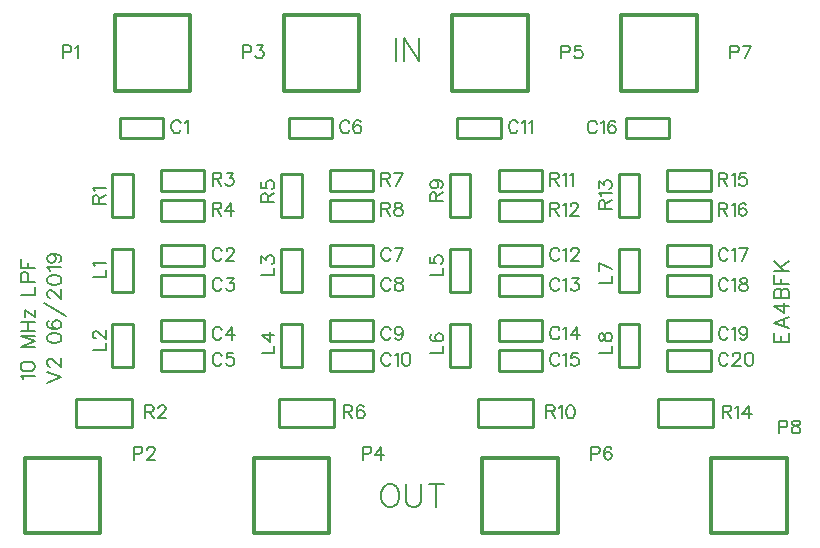
<source format=gto>
G04 Layer: TopSilkLayer*
G04 EasyEDA v6.1.51, Wed, 19 Jun 2019 18:44:14 GMT*
G04 e07e6d747a584c628bb32b84df99dd00,dd6e2cb4672846f4b5eb8f4429f9b141,10*
G04 Gerber Generator version 0.2*
G04 Scale: 100 percent, Rotated: No, Reflected: No *
G04 Dimensions in inches *
G04 leading zeros omitted , absolute positions ,2 integer and 4 decimal *
%FSLAX24Y24*%
%MOIN*%
G90*
G70D02*

%ADD10C,0.010000*%
%ADD18C,0.011810*%
%ADD19C,0.006000*%
%ADD20C,0.008000*%

%LPD*%
G54D10*
G01X4839Y10594D02*
G01X4839Y9155D01*
G01X4839Y9155D02*
G01X4160Y9155D01*
G01X4160Y9155D02*
G01X4160Y10594D01*
G01X4160Y10594D02*
G01X4839Y10594D01*
G01X4839Y8094D02*
G01X4839Y6655D01*
G01X4839Y6655D02*
G01X4160Y6655D01*
G01X4160Y6655D02*
G01X4160Y8094D01*
G01X4160Y8094D02*
G01X4839Y8094D01*
G01X10464Y10595D02*
G01X10464Y9155D01*
G01X10464Y9155D02*
G01X9785Y9155D01*
G01X9785Y9155D02*
G01X9785Y10595D01*
G01X9785Y10595D02*
G01X10464Y10595D01*
G01X10464Y8095D02*
G01X10464Y6655D01*
G01X10464Y6655D02*
G01X9785Y6655D01*
G01X9785Y6655D02*
G01X9785Y8095D01*
G01X9785Y8095D02*
G01X10464Y8095D01*
G01X16089Y10594D02*
G01X16089Y9155D01*
G01X16089Y9155D02*
G01X15410Y9155D01*
G01X15410Y9155D02*
G01X15410Y10594D01*
G01X15410Y10594D02*
G01X16089Y10594D01*
G01X16089Y8094D02*
G01X16089Y6655D01*
G01X16089Y6655D02*
G01X15410Y6655D01*
G01X15410Y6655D02*
G01X15410Y8094D01*
G01X15410Y8094D02*
G01X16089Y8094D01*
G01X21714Y10594D02*
G01X21714Y9155D01*
G01X21714Y9155D02*
G01X21035Y9155D01*
G01X21035Y9155D02*
G01X21035Y10594D01*
G01X21035Y10594D02*
G01X21714Y10594D01*
G01X21714Y8094D02*
G01X21714Y6655D01*
G01X21714Y6655D02*
G01X21035Y6655D01*
G01X21035Y6655D02*
G01X21035Y8094D01*
G01X21035Y8094D02*
G01X21714Y8094D01*
G01X12844Y12535D02*
G01X11405Y12535D01*
G01X11405Y12535D02*
G01X11405Y13215D01*
G01X11405Y13215D02*
G01X12844Y13215D01*
G01X12844Y13215D02*
G01X12844Y12535D01*
G01X18469Y12534D02*
G01X17030Y12534D01*
G01X17030Y12534D02*
G01X17030Y13215D01*
G01X17030Y13215D02*
G01X18469Y13215D01*
G01X18469Y13215D02*
G01X18469Y12534D01*
G01X18469Y11534D02*
G01X17030Y11534D01*
G01X17030Y11534D02*
G01X17030Y12215D01*
G01X17030Y12215D02*
G01X18469Y12215D01*
G01X18469Y12215D02*
G01X18469Y11534D01*
G01X24094Y12534D02*
G01X22655Y12534D01*
G01X22655Y12534D02*
G01X22655Y13215D01*
G01X22655Y13215D02*
G01X24094Y13215D01*
G01X24094Y13215D02*
G01X24094Y12534D01*
G01X24094Y11534D02*
G01X22655Y11534D01*
G01X22655Y11534D02*
G01X22655Y12215D01*
G01X22655Y12215D02*
G01X24094Y12215D01*
G01X24094Y12215D02*
G01X24094Y11534D01*
G54D18*
G01X6760Y18385D02*
G01X4239Y18385D01*
G01X4239Y15865D01*
G01X6760Y15865D01*
G01X6760Y18385D01*
G01X3760Y3634D02*
G01X1239Y3634D01*
G01X1239Y1115D01*
G01X3760Y1115D01*
G01X3760Y3634D01*
G54D10*
G01X7219Y11534D02*
G01X5780Y11534D01*
G01X5780Y11534D02*
G01X5780Y12215D01*
G01X5780Y12215D02*
G01X7219Y12215D01*
G01X7219Y12215D02*
G01X7219Y11534D01*
G01X4405Y14965D02*
G01X5844Y14965D01*
G01X5844Y14965D02*
G01X5844Y14284D01*
G01X5844Y14284D02*
G01X4405Y14284D01*
G01X4405Y14284D02*
G01X4405Y14965D01*
G01X7219Y10034D02*
G01X5780Y10034D01*
G01X5780Y10034D02*
G01X5780Y10715D01*
G01X5780Y10715D02*
G01X7219Y10715D01*
G01X7219Y10715D02*
G01X7219Y10034D01*
G01X7219Y9034D02*
G01X5780Y9034D01*
G01X5780Y9034D02*
G01X5780Y9715D01*
G01X5780Y9715D02*
G01X7219Y9715D01*
G01X7219Y9715D02*
G01X7219Y9034D01*
G01X4839Y13094D02*
G01X4839Y11655D01*
G01X4839Y11655D02*
G01X4160Y11655D01*
G01X4160Y11655D02*
G01X4160Y13094D01*
G01X4160Y13094D02*
G01X4839Y13094D01*
G01X21280Y14965D02*
G01X22719Y14965D01*
G01X22719Y14965D02*
G01X22719Y14284D01*
G01X22719Y14284D02*
G01X21280Y14284D01*
G01X21280Y14284D02*
G01X21280Y14965D01*
G01X10464Y13094D02*
G01X10464Y11655D01*
G01X10464Y11655D02*
G01X9785Y11655D01*
G01X9785Y11655D02*
G01X9785Y13094D01*
G01X9785Y13094D02*
G01X10464Y13094D01*
G01X16089Y13094D02*
G01X16089Y11655D01*
G01X16089Y11655D02*
G01X15410Y11655D01*
G01X15410Y11655D02*
G01X15410Y13094D01*
G01X15410Y13094D02*
G01X16089Y13094D01*
G01X12844Y11535D02*
G01X11405Y11535D01*
G01X11405Y11535D02*
G01X11405Y12215D01*
G01X11405Y12215D02*
G01X12844Y12215D01*
G01X12844Y12215D02*
G01X12844Y11535D01*
G01X24094Y10034D02*
G01X22655Y10034D01*
G01X22655Y10034D02*
G01X22655Y10715D01*
G01X22655Y10715D02*
G01X24094Y10715D01*
G01X24094Y10715D02*
G01X24094Y10034D01*
G01X24094Y9034D02*
G01X22655Y9034D01*
G01X22655Y9034D02*
G01X22655Y9715D01*
G01X22655Y9715D02*
G01X24094Y9715D01*
G01X24094Y9715D02*
G01X24094Y9034D01*
G01X21714Y13094D02*
G01X21714Y11655D01*
G01X21714Y11655D02*
G01X21035Y11655D01*
G01X21035Y11655D02*
G01X21035Y13094D01*
G01X21035Y13094D02*
G01X21714Y13094D01*
G01X24094Y6534D02*
G01X22655Y6534D01*
G01X22655Y6534D02*
G01X22655Y7215D01*
G01X22655Y7215D02*
G01X24094Y7215D01*
G01X24094Y7215D02*
G01X24094Y6534D01*
G01X7219Y6534D02*
G01X5780Y6534D01*
G01X5780Y6534D02*
G01X5780Y7215D01*
G01X5780Y7215D02*
G01X7219Y7215D01*
G01X7219Y7215D02*
G01X7219Y6534D01*
G01X10030Y14965D02*
G01X11469Y14965D01*
G01X11469Y14965D02*
G01X11469Y14284D01*
G01X11469Y14284D02*
G01X10030Y14284D01*
G01X10030Y14284D02*
G01X10030Y14965D01*
G01X12844Y10035D02*
G01X11405Y10035D01*
G01X11405Y10035D02*
G01X11405Y10715D01*
G01X11405Y10715D02*
G01X12844Y10715D01*
G01X12844Y10715D02*
G01X12844Y10035D01*
G01X12844Y9035D02*
G01X11405Y9035D01*
G01X11405Y9035D02*
G01X11405Y9715D01*
G01X11405Y9715D02*
G01X12844Y9715D01*
G01X12844Y9715D02*
G01X12844Y9035D01*
G54D18*
G01X12385Y18385D02*
G01X9864Y18385D01*
G01X9864Y15865D01*
G01X12385Y15865D01*
G01X12385Y18385D01*
G01X11385Y3634D02*
G01X8864Y3634D01*
G01X8864Y1115D01*
G01X11385Y1115D01*
G01X11385Y3634D01*
G54D10*
G01X12844Y6535D02*
G01X11405Y6535D01*
G01X11405Y6535D02*
G01X11405Y7215D01*
G01X11405Y7215D02*
G01X12844Y7215D01*
G01X12844Y7215D02*
G01X12844Y6535D01*
G01X15655Y14965D02*
G01X17094Y14965D01*
G01X17094Y14965D02*
G01X17094Y14284D01*
G01X17094Y14284D02*
G01X15655Y14284D01*
G01X15655Y14284D02*
G01X15655Y14965D01*
G01X18469Y10034D02*
G01X17030Y10034D01*
G01X17030Y10034D02*
G01X17030Y10715D01*
G01X17030Y10715D02*
G01X18469Y10715D01*
G01X18469Y10715D02*
G01X18469Y10034D01*
G01X7219Y12534D02*
G01X5780Y12534D01*
G01X5780Y12534D02*
G01X5780Y13215D01*
G01X5780Y13215D02*
G01X7219Y13215D01*
G01X7219Y13215D02*
G01X7219Y12534D01*
G54D18*
G01X18010Y18385D02*
G01X15489Y18385D01*
G01X15489Y15865D01*
G01X18010Y15865D01*
G01X18010Y18385D01*
G01X19010Y3634D02*
G01X16489Y3634D01*
G01X16489Y1115D01*
G01X19010Y1115D01*
G01X19010Y3634D01*
G54D10*
G01X18469Y9034D02*
G01X17030Y9034D01*
G01X17030Y9034D02*
G01X17030Y9715D01*
G01X17030Y9715D02*
G01X18469Y9715D01*
G01X18469Y9715D02*
G01X18469Y9034D01*
G01X18469Y6534D02*
G01X17030Y6534D01*
G01X17030Y6534D02*
G01X17030Y7215D01*
G01X17030Y7215D02*
G01X18469Y7215D01*
G01X18469Y7215D02*
G01X18469Y6534D01*
G54D18*
G01X23635Y18385D02*
G01X21114Y18385D01*
G01X21114Y15865D01*
G01X23635Y15865D01*
G01X23635Y18385D01*
G01X26635Y3634D02*
G01X24114Y3634D01*
G01X24114Y1115D01*
G01X26635Y1115D01*
G01X26635Y3634D01*
G54D10*
G01X4794Y4655D02*
G01X2955Y4655D01*
G01X2955Y4655D02*
G01X2955Y5595D01*
G01X2955Y5595D02*
G01X4794Y5595D01*
G01X4794Y5595D02*
G01X4794Y4655D01*
G01X11544Y4655D02*
G01X9705Y4655D01*
G01X9705Y4655D02*
G01X9705Y5595D01*
G01X9705Y5595D02*
G01X11544Y5595D01*
G01X11544Y5595D02*
G01X11544Y4655D01*
G01X16330Y5594D02*
G01X18169Y5594D01*
G01X18169Y5594D02*
G01X18169Y4654D01*
G01X18169Y4654D02*
G01X16330Y4654D01*
G01X16330Y4654D02*
G01X16330Y5594D01*
G01X22330Y5594D02*
G01X24169Y5594D01*
G01X24169Y5594D02*
G01X24169Y4654D01*
G01X24169Y4654D02*
G01X22330Y4654D01*
G01X22330Y4654D02*
G01X22330Y5594D01*
G01X7219Y7534D02*
G01X5780Y7534D01*
G01X5780Y7534D02*
G01X5780Y8215D01*
G01X5780Y8215D02*
G01X7219Y8215D01*
G01X7219Y8215D02*
G01X7219Y7534D01*
G01X12844Y7534D02*
G01X11405Y7534D01*
G01X11405Y7534D02*
G01X11405Y8215D01*
G01X11405Y8215D02*
G01X12844Y8215D01*
G01X12844Y8215D02*
G01X12844Y7534D01*
G01X18469Y7534D02*
G01X17030Y7534D01*
G01X17030Y7534D02*
G01X17030Y8215D01*
G01X17030Y8215D02*
G01X18469Y8215D01*
G01X18469Y8215D02*
G01X18469Y7534D01*
G01X24094Y7534D02*
G01X22655Y7534D01*
G01X22655Y7534D02*
G01X22655Y8215D01*
G01X22655Y8215D02*
G01X24094Y8215D01*
G01X24094Y8215D02*
G01X24094Y7534D01*
G54D19*
G01X3500Y9641D02*
G01X3928Y9641D01*
G01X3928Y9641D02*
G01X3928Y9886D01*
G01X3581Y10021D02*
G01X3560Y10062D01*
G01X3500Y10124D01*
G01X3928Y10124D01*
G01X3500Y7208D02*
G01X3928Y7208D01*
G01X3928Y7208D02*
G01X3928Y7453D01*
G01X3602Y7609D02*
G01X3581Y7609D01*
G01X3539Y7629D01*
G01X3519Y7650D01*
G01X3500Y7691D01*
G01X3500Y7773D01*
G01X3519Y7813D01*
G01X3539Y7834D01*
G01X3581Y7854D01*
G01X3622Y7854D01*
G01X3663Y7834D01*
G01X3725Y7793D01*
G01X3928Y7588D01*
G01X3928Y7875D01*
G01X9125Y9708D02*
G01X9553Y9708D01*
G01X9553Y9708D02*
G01X9553Y9953D01*
G01X9125Y10129D02*
G01X9125Y10354D01*
G01X9288Y10232D01*
G01X9288Y10293D01*
G01X9309Y10334D01*
G01X9328Y10354D01*
G01X9389Y10375D01*
G01X9431Y10375D01*
G01X9493Y10354D01*
G01X9534Y10313D01*
G01X9553Y10252D01*
G01X9553Y10191D01*
G01X9534Y10129D01*
G01X9513Y10109D01*
G01X9472Y10088D01*
G01X9130Y7124D02*
G01X9559Y7124D01*
G01X9559Y7124D02*
G01X9559Y7369D01*
G01X9130Y7709D02*
G01X9415Y7504D01*
G01X9415Y7811D01*
G01X9130Y7709D02*
G01X9559Y7709D01*
G01X14750Y9708D02*
G01X15178Y9708D01*
G01X15178Y9708D02*
G01X15178Y9953D01*
G01X14750Y10334D02*
G01X14750Y10129D01*
G01X14934Y10109D01*
G01X14913Y10129D01*
G01X14893Y10191D01*
G01X14893Y10252D01*
G01X14913Y10313D01*
G01X14953Y10354D01*
G01X15014Y10375D01*
G01X15056Y10375D01*
G01X15118Y10354D01*
G01X15159Y10313D01*
G01X15178Y10252D01*
G01X15178Y10191D01*
G01X15159Y10129D01*
G01X15138Y10109D01*
G01X15097Y10088D01*
G01X14755Y7125D02*
G01X15184Y7125D01*
G01X15184Y7125D02*
G01X15184Y7369D01*
G01X14815Y7751D02*
G01X14775Y7730D01*
G01X14755Y7669D01*
G01X14755Y7628D01*
G01X14775Y7567D01*
G01X14835Y7526D01*
G01X14939Y7505D01*
G01X15040Y7505D01*
G01X15122Y7526D01*
G01X15164Y7567D01*
G01X15184Y7628D01*
G01X15184Y7648D01*
G01X15164Y7709D01*
G01X15122Y7751D01*
G01X15060Y7771D01*
G01X15040Y7771D01*
G01X14980Y7751D01*
G01X14939Y7709D01*
G01X14918Y7648D01*
G01X14918Y7628D01*
G01X14939Y7567D01*
G01X14980Y7526D01*
G01X15040Y7505D01*
G01X20375Y9458D02*
G01X20803Y9458D01*
G01X20803Y9458D02*
G01X20803Y9703D01*
G01X20375Y10125D02*
G01X20803Y9920D01*
G01X20375Y9838D02*
G01X20375Y10125D01*
G01X20380Y7125D02*
G01X20809Y7125D01*
G01X20809Y7125D02*
G01X20809Y7370D01*
G01X20380Y7608D02*
G01X20400Y7546D01*
G01X20440Y7526D01*
G01X20481Y7526D01*
G01X20522Y7546D01*
G01X20543Y7587D01*
G01X20564Y7669D01*
G01X20584Y7730D01*
G01X20625Y7771D01*
G01X20665Y7792D01*
G01X20727Y7792D01*
G01X20768Y7771D01*
G01X20789Y7751D01*
G01X20809Y7690D01*
G01X20809Y7608D01*
G01X20789Y7546D01*
G01X20768Y7526D01*
G01X20727Y7505D01*
G01X20665Y7505D01*
G01X20625Y7526D01*
G01X20584Y7567D01*
G01X20564Y7628D01*
G01X20543Y7710D01*
G01X20522Y7751D01*
G01X20481Y7771D01*
G01X20440Y7771D01*
G01X20400Y7751D01*
G01X20380Y7690D01*
G01X20380Y7608D01*
G01X13125Y13125D02*
G01X13125Y12696D01*
G01X13125Y13125D02*
G01X13309Y13125D01*
G01X13369Y13105D01*
G01X13390Y13085D01*
G01X13410Y13044D01*
G01X13410Y13003D01*
G01X13390Y12962D01*
G01X13369Y12941D01*
G01X13309Y12921D01*
G01X13125Y12921D01*
G01X13268Y12921D02*
G01X13410Y12696D01*
G01X13832Y13125D02*
G01X13627Y12696D01*
G01X13546Y13125D02*
G01X13832Y13125D01*
G01X18750Y13125D02*
G01X18750Y12696D01*
G01X18750Y13125D02*
G01X18934Y13125D01*
G01X18994Y13105D01*
G01X19015Y13084D01*
G01X19035Y13044D01*
G01X19035Y13003D01*
G01X19015Y12961D01*
G01X18994Y12940D01*
G01X18934Y12921D01*
G01X18750Y12921D01*
G01X18893Y12921D02*
G01X19035Y12696D01*
G01X19171Y13044D02*
G01X19211Y13063D01*
G01X19273Y13125D01*
G01X19273Y12696D01*
G01X19409Y13044D02*
G01X19450Y13063D01*
G01X19510Y13125D01*
G01X19510Y12696D01*
G01X18750Y12125D02*
G01X18750Y11696D01*
G01X18750Y12125D02*
G01X18934Y12125D01*
G01X18994Y12105D01*
G01X19015Y12084D01*
G01X19035Y12044D01*
G01X19035Y12003D01*
G01X19015Y11961D01*
G01X18994Y11940D01*
G01X18934Y11921D01*
G01X18750Y11921D01*
G01X18893Y11921D02*
G01X19035Y11696D01*
G01X19171Y12044D02*
G01X19211Y12063D01*
G01X19273Y12125D01*
G01X19273Y11696D01*
G01X19428Y12023D02*
G01X19428Y12044D01*
G01X19450Y12084D01*
G01X19469Y12105D01*
G01X19510Y12125D01*
G01X19593Y12125D01*
G01X19634Y12105D01*
G01X19653Y12084D01*
G01X19675Y12044D01*
G01X19675Y12003D01*
G01X19653Y11961D01*
G01X19613Y11900D01*
G01X19409Y11696D01*
G01X19694Y11696D01*
G01X24375Y13119D02*
G01X24375Y12690D01*
G01X24375Y13119D02*
G01X24559Y13119D01*
G01X24619Y13100D01*
G01X24640Y13080D01*
G01X24660Y13038D01*
G01X24660Y12998D01*
G01X24640Y12957D01*
G01X24619Y12936D01*
G01X24559Y12915D01*
G01X24375Y12915D01*
G01X24518Y12915D02*
G01X24660Y12690D01*
G01X24796Y13038D02*
G01X24836Y13059D01*
G01X24898Y13119D01*
G01X24898Y12690D01*
G01X25278Y13119D02*
G01X25075Y13119D01*
G01X25053Y12936D01*
G01X25075Y12957D01*
G01X25135Y12976D01*
G01X25197Y12976D01*
G01X25259Y12957D01*
G01X25300Y12915D01*
G01X25319Y12855D01*
G01X25319Y12813D01*
G01X25300Y12751D01*
G01X25259Y12711D01*
G01X25197Y12690D01*
G01X25135Y12690D01*
G01X25075Y12711D01*
G01X25053Y12732D01*
G01X25034Y12773D01*
G01X24375Y12119D02*
G01X24375Y11690D01*
G01X24375Y12119D02*
G01X24559Y12119D01*
G01X24619Y12100D01*
G01X24640Y12080D01*
G01X24660Y12038D01*
G01X24660Y11998D01*
G01X24640Y11957D01*
G01X24619Y11936D01*
G01X24559Y11915D01*
G01X24375Y11915D01*
G01X24518Y11915D02*
G01X24660Y11690D01*
G01X24796Y12038D02*
G01X24836Y12059D01*
G01X24898Y12119D01*
G01X24898Y11690D01*
G01X25278Y12059D02*
G01X25259Y12100D01*
G01X25197Y12119D01*
G01X25156Y12119D01*
G01X25094Y12100D01*
G01X25053Y12038D01*
G01X25034Y11936D01*
G01X25034Y11834D01*
G01X25053Y11751D01*
G01X25094Y11711D01*
G01X25156Y11690D01*
G01X25177Y11690D01*
G01X25238Y11711D01*
G01X25278Y11751D01*
G01X25300Y11813D01*
G01X25300Y11834D01*
G01X25278Y11894D01*
G01X25238Y11936D01*
G01X25177Y11957D01*
G01X25156Y11957D01*
G01X25094Y11936D01*
G01X25053Y11894D01*
G01X25034Y11834D01*
G01X2500Y17374D02*
G01X2500Y16945D01*
G01X2500Y17374D02*
G01X2684Y17374D01*
G01X2744Y17354D01*
G01X2765Y17334D01*
G01X2785Y17293D01*
G01X2785Y17231D01*
G01X2765Y17190D01*
G01X2744Y17170D01*
G01X2684Y17149D01*
G01X2500Y17149D01*
G01X2921Y17293D02*
G01X2961Y17313D01*
G01X3023Y17374D01*
G01X3023Y16945D01*
G01X4875Y3994D02*
G01X4875Y3565D01*
G01X4875Y3994D02*
G01X5059Y3994D01*
G01X5119Y3975D01*
G01X5140Y3955D01*
G01X5160Y3913D01*
G01X5160Y3851D01*
G01X5140Y3811D01*
G01X5119Y3790D01*
G01X5059Y3769D01*
G01X4875Y3769D01*
G01X5317Y3892D02*
G01X5317Y3913D01*
G01X5336Y3955D01*
G01X5357Y3975D01*
G01X5398Y3994D01*
G01X5480Y3994D01*
G01X5521Y3975D01*
G01X5542Y3955D01*
G01X5561Y3913D01*
G01X5561Y3873D01*
G01X5542Y3832D01*
G01X5501Y3769D01*
G01X5296Y3565D01*
G01X5582Y3565D01*
G01X7500Y12125D02*
G01X7500Y11696D01*
G01X7500Y12125D02*
G01X7684Y12125D01*
G01X7744Y12105D01*
G01X7765Y12084D01*
G01X7785Y12044D01*
G01X7785Y12003D01*
G01X7765Y11961D01*
G01X7744Y11940D01*
G01X7684Y11921D01*
G01X7500Y11921D01*
G01X7643Y11921D02*
G01X7785Y11696D01*
G01X8126Y12125D02*
G01X7921Y11838D01*
G01X8227Y11838D01*
G01X8126Y12125D02*
G01X8126Y11696D01*
G01X6431Y14773D02*
G01X6410Y14814D01*
G01X6369Y14855D01*
G01X6330Y14875D01*
G01X6247Y14875D01*
G01X6206Y14855D01*
G01X6165Y14814D01*
G01X6144Y14773D01*
G01X6125Y14712D01*
G01X6125Y14610D01*
G01X6144Y14548D01*
G01X6165Y14507D01*
G01X6206Y14466D01*
G01X6247Y14446D01*
G01X6330Y14446D01*
G01X6369Y14466D01*
G01X6410Y14507D01*
G01X6431Y14548D01*
G01X6567Y14794D02*
G01X6607Y14814D01*
G01X6668Y14875D01*
G01X6668Y14446D01*
G01X7806Y10523D02*
G01X7785Y10563D01*
G01X7744Y10605D01*
G01X7705Y10625D01*
G01X7622Y10625D01*
G01X7581Y10605D01*
G01X7540Y10563D01*
G01X7519Y10523D01*
G01X7500Y10461D01*
G01X7500Y10359D01*
G01X7519Y10298D01*
G01X7540Y10257D01*
G01X7581Y10215D01*
G01X7622Y10196D01*
G01X7705Y10196D01*
G01X7744Y10215D01*
G01X7785Y10257D01*
G01X7806Y10298D01*
G01X7961Y10523D02*
G01X7961Y10544D01*
G01X7982Y10584D01*
G01X8002Y10605D01*
G01X8043Y10625D01*
G01X8126Y10625D01*
G01X8167Y10605D01*
G01X8186Y10584D01*
G01X8207Y10544D01*
G01X8207Y10503D01*
G01X8186Y10461D01*
G01X8146Y10400D01*
G01X7942Y10196D01*
G01X8227Y10196D01*
G01X7806Y9523D02*
G01X7785Y9563D01*
G01X7744Y9605D01*
G01X7705Y9625D01*
G01X7622Y9625D01*
G01X7581Y9605D01*
G01X7540Y9563D01*
G01X7519Y9523D01*
G01X7500Y9461D01*
G01X7500Y9359D01*
G01X7519Y9298D01*
G01X7540Y9257D01*
G01X7581Y9215D01*
G01X7622Y9196D01*
G01X7705Y9196D01*
G01X7744Y9215D01*
G01X7785Y9257D01*
G01X7806Y9298D01*
G01X7982Y9625D02*
G01X8207Y9625D01*
G01X8085Y9461D01*
G01X8146Y9461D01*
G01X8186Y9440D01*
G01X8207Y9421D01*
G01X8227Y9359D01*
G01X8227Y9319D01*
G01X8207Y9257D01*
G01X8167Y9215D01*
G01X8105Y9196D01*
G01X8043Y9196D01*
G01X7982Y9215D01*
G01X7961Y9236D01*
G01X7942Y9278D01*
G01X3500Y12101D02*
G01X3928Y12101D01*
G01X3500Y12101D02*
G01X3500Y12284D01*
G01X3519Y12346D01*
G01X3539Y12367D01*
G01X3581Y12386D01*
G01X3622Y12386D01*
G01X3663Y12367D01*
G01X3684Y12346D01*
G01X3703Y12284D01*
G01X3703Y12101D01*
G01X3703Y12244D02*
G01X3928Y12386D01*
G01X3581Y12521D02*
G01X3560Y12563D01*
G01X3500Y12625D01*
G01X3928Y12625D01*
G01X20306Y14767D02*
G01X20285Y14809D01*
G01X20244Y14850D01*
G01X20205Y14869D01*
G01X20122Y14869D01*
G01X20081Y14850D01*
G01X20040Y14809D01*
G01X20019Y14767D01*
G01X20000Y14707D01*
G01X20000Y14605D01*
G01X20019Y14542D01*
G01X20040Y14501D01*
G01X20081Y14461D01*
G01X20122Y14440D01*
G01X20205Y14440D01*
G01X20244Y14461D01*
G01X20285Y14501D01*
G01X20306Y14542D01*
G01X20442Y14788D02*
G01X20482Y14809D01*
G01X20543Y14869D01*
G01X20543Y14440D01*
G01X20925Y14809D02*
G01X20903Y14850D01*
G01X20843Y14869D01*
G01X20802Y14869D01*
G01X20739Y14850D01*
G01X20700Y14788D01*
G01X20678Y14686D01*
G01X20678Y14584D01*
G01X20700Y14501D01*
G01X20739Y14461D01*
G01X20802Y14440D01*
G01X20822Y14440D01*
G01X20884Y14461D01*
G01X20925Y14501D01*
G01X20944Y14563D01*
G01X20944Y14584D01*
G01X20925Y14644D01*
G01X20884Y14686D01*
G01X20822Y14707D01*
G01X20802Y14707D01*
G01X20739Y14686D01*
G01X20700Y14644D01*
G01X20678Y14584D01*
G01X9125Y12166D02*
G01X9553Y12166D01*
G01X9125Y12166D02*
G01X9125Y12350D01*
G01X9144Y12411D01*
G01X9164Y12432D01*
G01X9206Y12452D01*
G01X9247Y12452D01*
G01X9288Y12432D01*
G01X9309Y12411D01*
G01X9328Y12350D01*
G01X9328Y12166D01*
G01X9328Y12309D02*
G01X9553Y12452D01*
G01X9125Y12833D02*
G01X9125Y12628D01*
G01X9309Y12608D01*
G01X9288Y12628D01*
G01X9268Y12690D01*
G01X9268Y12751D01*
G01X9288Y12812D01*
G01X9328Y12853D01*
G01X9389Y12874D01*
G01X9431Y12874D01*
G01X9493Y12853D01*
G01X9534Y12812D01*
G01X9553Y12751D01*
G01X9553Y12690D01*
G01X9534Y12628D01*
G01X9513Y12608D01*
G01X9472Y12587D01*
G01X14750Y12187D02*
G01X15178Y12187D01*
G01X14750Y12187D02*
G01X14750Y12371D01*
G01X14769Y12432D01*
G01X14789Y12453D01*
G01X14831Y12473D01*
G01X14872Y12473D01*
G01X14913Y12453D01*
G01X14934Y12432D01*
G01X14953Y12371D01*
G01X14953Y12187D01*
G01X14953Y12330D02*
G01X15178Y12473D01*
G01X14893Y12874D02*
G01X14953Y12854D01*
G01X14994Y12813D01*
G01X15014Y12752D01*
G01X15014Y12731D01*
G01X14994Y12670D01*
G01X14953Y12629D01*
G01X14893Y12608D01*
G01X14872Y12608D01*
G01X14810Y12629D01*
G01X14769Y12670D01*
G01X14750Y12731D01*
G01X14750Y12752D01*
G01X14769Y12813D01*
G01X14810Y12854D01*
G01X14893Y12874D01*
G01X14994Y12874D01*
G01X15097Y12854D01*
G01X15159Y12813D01*
G01X15178Y12752D01*
G01X15178Y12711D01*
G01X15159Y12649D01*
G01X15118Y12629D01*
G01X13125Y12125D02*
G01X13125Y11696D01*
G01X13125Y12125D02*
G01X13309Y12125D01*
G01X13369Y12105D01*
G01X13390Y12085D01*
G01X13410Y12044D01*
G01X13410Y12003D01*
G01X13390Y11962D01*
G01X13369Y11941D01*
G01X13309Y11921D01*
G01X13125Y11921D01*
G01X13268Y11921D02*
G01X13410Y11696D01*
G01X13648Y12125D02*
G01X13586Y12105D01*
G01X13567Y12064D01*
G01X13567Y12023D01*
G01X13586Y11982D01*
G01X13627Y11962D01*
G01X13710Y11941D01*
G01X13771Y11921D01*
G01X13811Y11880D01*
G01X13832Y11839D01*
G01X13832Y11778D01*
G01X13811Y11737D01*
G01X13792Y11716D01*
G01X13730Y11696D01*
G01X13648Y11696D01*
G01X13586Y11716D01*
G01X13567Y11737D01*
G01X13546Y11778D01*
G01X13546Y11839D01*
G01X13567Y11880D01*
G01X13607Y11921D01*
G01X13668Y11941D01*
G01X13751Y11962D01*
G01X13792Y11982D01*
G01X13811Y12023D01*
G01X13811Y12064D01*
G01X13792Y12105D01*
G01X13730Y12125D01*
G01X13648Y12125D01*
G01X24681Y10517D02*
G01X24660Y10559D01*
G01X24619Y10600D01*
G01X24580Y10619D01*
G01X24497Y10619D01*
G01X24456Y10600D01*
G01X24415Y10559D01*
G01X24394Y10517D01*
G01X24375Y10457D01*
G01X24375Y10355D01*
G01X24394Y10292D01*
G01X24415Y10251D01*
G01X24456Y10211D01*
G01X24497Y10190D01*
G01X24580Y10190D01*
G01X24619Y10211D01*
G01X24660Y10251D01*
G01X24681Y10292D01*
G01X24817Y10538D02*
G01X24857Y10559D01*
G01X24918Y10619D01*
G01X24918Y10190D01*
G01X25339Y10619D02*
G01X25135Y10190D01*
G01X25053Y10619D02*
G01X25339Y10619D01*
G01X24681Y9517D02*
G01X24660Y9559D01*
G01X24619Y9600D01*
G01X24580Y9619D01*
G01X24497Y9619D01*
G01X24456Y9600D01*
G01X24415Y9559D01*
G01X24394Y9517D01*
G01X24375Y9457D01*
G01X24375Y9355D01*
G01X24394Y9292D01*
G01X24415Y9251D01*
G01X24456Y9211D01*
G01X24497Y9190D01*
G01X24580Y9190D01*
G01X24619Y9211D01*
G01X24660Y9251D01*
G01X24681Y9292D01*
G01X24817Y9538D02*
G01X24857Y9559D01*
G01X24918Y9619D01*
G01X24918Y9190D01*
G01X25156Y9619D02*
G01X25094Y9600D01*
G01X25075Y9559D01*
G01X25075Y9517D01*
G01X25094Y9476D01*
G01X25135Y9457D01*
G01X25218Y9436D01*
G01X25278Y9415D01*
G01X25319Y9375D01*
G01X25339Y9334D01*
G01X25339Y9273D01*
G01X25319Y9232D01*
G01X25300Y9211D01*
G01X25238Y9190D01*
G01X25156Y9190D01*
G01X25094Y9211D01*
G01X25075Y9232D01*
G01X25053Y9273D01*
G01X25053Y9334D01*
G01X25075Y9375D01*
G01X25114Y9415D01*
G01X25177Y9436D01*
G01X25259Y9457D01*
G01X25300Y9476D01*
G01X25319Y9517D01*
G01X25319Y9559D01*
G01X25300Y9600D01*
G01X25238Y9619D01*
G01X25156Y9619D01*
G01X20375Y11930D02*
G01X20803Y11930D01*
G01X20375Y11930D02*
G01X20375Y12113D01*
G01X20394Y12175D01*
G01X20414Y12196D01*
G01X20456Y12215D01*
G01X20497Y12215D01*
G01X20538Y12196D01*
G01X20559Y12175D01*
G01X20578Y12113D01*
G01X20578Y11930D01*
G01X20578Y12073D02*
G01X20803Y12215D01*
G01X20456Y12351D02*
G01X20435Y12392D01*
G01X20375Y12453D01*
G01X20803Y12453D01*
G01X20375Y12630D02*
G01X20375Y12855D01*
G01X20538Y12732D01*
G01X20538Y12792D01*
G01X20559Y12834D01*
G01X20578Y12855D01*
G01X20639Y12875D01*
G01X20681Y12875D01*
G01X20743Y12855D01*
G01X20784Y12813D01*
G01X20803Y12751D01*
G01X20803Y12690D01*
G01X20784Y12630D01*
G01X20763Y12609D01*
G01X20722Y12588D01*
G01X24681Y7023D02*
G01X24660Y7063D01*
G01X24619Y7105D01*
G01X24580Y7125D01*
G01X24497Y7125D01*
G01X24456Y7105D01*
G01X24415Y7063D01*
G01X24394Y7023D01*
G01X24375Y6961D01*
G01X24375Y6859D01*
G01X24394Y6798D01*
G01X24415Y6757D01*
G01X24456Y6715D01*
G01X24497Y6696D01*
G01X24580Y6696D01*
G01X24619Y6715D01*
G01X24660Y6757D01*
G01X24681Y6798D01*
G01X24836Y7023D02*
G01X24836Y7044D01*
G01X24857Y7084D01*
G01X24877Y7105D01*
G01X24918Y7125D01*
G01X25001Y7125D01*
G01X25042Y7105D01*
G01X25061Y7084D01*
G01X25082Y7044D01*
G01X25082Y7003D01*
G01X25061Y6961D01*
G01X25021Y6900D01*
G01X24817Y6696D01*
G01X25102Y6696D01*
G01X25360Y7125D02*
G01X25300Y7105D01*
G01X25259Y7044D01*
G01X25238Y6940D01*
G01X25238Y6880D01*
G01X25259Y6778D01*
G01X25300Y6715D01*
G01X25360Y6696D01*
G01X25402Y6696D01*
G01X25463Y6715D01*
G01X25503Y6778D01*
G01X25525Y6880D01*
G01X25525Y6940D01*
G01X25503Y7044D01*
G01X25463Y7105D01*
G01X25402Y7125D01*
G01X25360Y7125D01*
G01X7806Y7023D02*
G01X7785Y7063D01*
G01X7744Y7105D01*
G01X7705Y7125D01*
G01X7622Y7125D01*
G01X7581Y7105D01*
G01X7540Y7063D01*
G01X7519Y7023D01*
G01X7500Y6961D01*
G01X7500Y6859D01*
G01X7519Y6798D01*
G01X7540Y6757D01*
G01X7581Y6715D01*
G01X7622Y6696D01*
G01X7705Y6696D01*
G01X7744Y6715D01*
G01X7785Y6757D01*
G01X7806Y6798D01*
G01X8186Y7125D02*
G01X7982Y7125D01*
G01X7961Y6940D01*
G01X7982Y6961D01*
G01X8043Y6982D01*
G01X8105Y6982D01*
G01X8167Y6961D01*
G01X8207Y6921D01*
G01X8227Y6859D01*
G01X8227Y6819D01*
G01X8207Y6757D01*
G01X8167Y6715D01*
G01X8105Y6696D01*
G01X8043Y6696D01*
G01X7982Y6715D01*
G01X7961Y6736D01*
G01X7942Y6778D01*
G01X12056Y14773D02*
G01X12035Y14814D01*
G01X11994Y14855D01*
G01X11955Y14875D01*
G01X11872Y14875D01*
G01X11831Y14855D01*
G01X11790Y14814D01*
G01X11769Y14773D01*
G01X11750Y14712D01*
G01X11750Y14610D01*
G01X11769Y14548D01*
G01X11790Y14507D01*
G01X11831Y14466D01*
G01X11872Y14446D01*
G01X11955Y14446D01*
G01X11994Y14466D01*
G01X12035Y14507D01*
G01X12056Y14548D01*
G01X12436Y14814D02*
G01X12417Y14855D01*
G01X12355Y14875D01*
G01X12314Y14875D01*
G01X12252Y14855D01*
G01X12211Y14794D01*
G01X12192Y14691D01*
G01X12192Y14589D01*
G01X12211Y14507D01*
G01X12252Y14466D01*
G01X12314Y14446D01*
G01X12335Y14446D01*
G01X12396Y14466D01*
G01X12436Y14507D01*
G01X12457Y14569D01*
G01X12457Y14589D01*
G01X12436Y14650D01*
G01X12396Y14691D01*
G01X12335Y14712D01*
G01X12314Y14712D01*
G01X12252Y14691D01*
G01X12211Y14650D01*
G01X12192Y14589D01*
G01X13431Y10523D02*
G01X13410Y10564D01*
G01X13369Y10605D01*
G01X13330Y10625D01*
G01X13247Y10625D01*
G01X13206Y10605D01*
G01X13165Y10564D01*
G01X13144Y10523D01*
G01X13125Y10462D01*
G01X13125Y10360D01*
G01X13144Y10298D01*
G01X13165Y10257D01*
G01X13206Y10216D01*
G01X13247Y10196D01*
G01X13330Y10196D01*
G01X13369Y10216D01*
G01X13410Y10257D01*
G01X13431Y10298D01*
G01X13852Y10625D02*
G01X13648Y10196D01*
G01X13567Y10625D02*
G01X13852Y10625D01*
G01X13431Y9523D02*
G01X13410Y9564D01*
G01X13369Y9605D01*
G01X13330Y9625D01*
G01X13247Y9625D01*
G01X13206Y9605D01*
G01X13165Y9564D01*
G01X13144Y9523D01*
G01X13125Y9462D01*
G01X13125Y9360D01*
G01X13144Y9298D01*
G01X13165Y9257D01*
G01X13206Y9216D01*
G01X13247Y9196D01*
G01X13330Y9196D01*
G01X13369Y9216D01*
G01X13410Y9257D01*
G01X13431Y9298D01*
G01X13668Y9625D02*
G01X13607Y9605D01*
G01X13586Y9564D01*
G01X13586Y9523D01*
G01X13607Y9482D01*
G01X13648Y9462D01*
G01X13730Y9441D01*
G01X13792Y9421D01*
G01X13832Y9380D01*
G01X13852Y9339D01*
G01X13852Y9278D01*
G01X13832Y9237D01*
G01X13811Y9216D01*
G01X13751Y9196D01*
G01X13668Y9196D01*
G01X13607Y9216D01*
G01X13586Y9237D01*
G01X13567Y9278D01*
G01X13567Y9339D01*
G01X13586Y9380D01*
G01X13627Y9421D01*
G01X13689Y9441D01*
G01X13771Y9462D01*
G01X13811Y9482D01*
G01X13832Y9523D01*
G01X13832Y9564D01*
G01X13811Y9605D01*
G01X13751Y9625D01*
G01X13668Y9625D01*
G01X8500Y17374D02*
G01X8500Y16945D01*
G01X8500Y17374D02*
G01X8684Y17374D01*
G01X8744Y17354D01*
G01X8765Y17334D01*
G01X8785Y17293D01*
G01X8785Y17231D01*
G01X8765Y17190D01*
G01X8744Y17170D01*
G01X8684Y17149D01*
G01X8500Y17149D01*
G01X8961Y17374D02*
G01X9186Y17374D01*
G01X9064Y17211D01*
G01X9126Y17211D01*
G01X9167Y17190D01*
G01X9186Y17170D01*
G01X9207Y17109D01*
G01X9207Y17068D01*
G01X9186Y17006D01*
G01X9146Y16965D01*
G01X9085Y16945D01*
G01X9023Y16945D01*
G01X8961Y16965D01*
G01X8942Y16986D01*
G01X8921Y17027D01*
G01X12500Y3994D02*
G01X12500Y3565D01*
G01X12500Y3994D02*
G01X12684Y3994D01*
G01X12744Y3975D01*
G01X12765Y3955D01*
G01X12785Y3913D01*
G01X12785Y3851D01*
G01X12765Y3811D01*
G01X12744Y3790D01*
G01X12684Y3769D01*
G01X12500Y3769D01*
G01X13126Y3994D02*
G01X12921Y3709D01*
G01X13227Y3709D01*
G01X13126Y3994D02*
G01X13126Y3565D01*
G01X13431Y7023D02*
G01X13410Y7064D01*
G01X13369Y7105D01*
G01X13330Y7125D01*
G01X13247Y7125D01*
G01X13206Y7105D01*
G01X13165Y7064D01*
G01X13144Y7023D01*
G01X13125Y6962D01*
G01X13125Y6860D01*
G01X13144Y6798D01*
G01X13165Y6757D01*
G01X13206Y6716D01*
G01X13247Y6696D01*
G01X13330Y6696D01*
G01X13369Y6716D01*
G01X13410Y6757D01*
G01X13431Y6798D01*
G01X13567Y7044D02*
G01X13607Y7064D01*
G01X13668Y7125D01*
G01X13668Y6696D01*
G01X13927Y7125D02*
G01X13864Y7105D01*
G01X13825Y7044D01*
G01X13803Y6941D01*
G01X13803Y6880D01*
G01X13825Y6778D01*
G01X13864Y6716D01*
G01X13927Y6696D01*
G01X13968Y6696D01*
G01X14028Y6716D01*
G01X14069Y6778D01*
G01X14089Y6880D01*
G01X14089Y6941D01*
G01X14069Y7044D01*
G01X14028Y7105D01*
G01X13968Y7125D01*
G01X13927Y7125D01*
G01X17681Y14773D02*
G01X17660Y14813D01*
G01X17619Y14855D01*
G01X17580Y14875D01*
G01X17497Y14875D01*
G01X17456Y14855D01*
G01X17415Y14813D01*
G01X17394Y14773D01*
G01X17375Y14711D01*
G01X17375Y14609D01*
G01X17394Y14548D01*
G01X17415Y14507D01*
G01X17456Y14465D01*
G01X17497Y14446D01*
G01X17580Y14446D01*
G01X17619Y14465D01*
G01X17660Y14507D01*
G01X17681Y14548D01*
G01X17817Y14794D02*
G01X17857Y14813D01*
G01X17918Y14875D01*
G01X17918Y14446D01*
G01X18053Y14794D02*
G01X18094Y14813D01*
G01X18156Y14875D01*
G01X18156Y14446D01*
G01X19056Y10523D02*
G01X19035Y10563D01*
G01X18994Y10605D01*
G01X18955Y10625D01*
G01X18872Y10625D01*
G01X18831Y10605D01*
G01X18790Y10563D01*
G01X18769Y10523D01*
G01X18750Y10461D01*
G01X18750Y10359D01*
G01X18769Y10298D01*
G01X18790Y10257D01*
G01X18831Y10215D01*
G01X18872Y10196D01*
G01X18955Y10196D01*
G01X18994Y10215D01*
G01X19035Y10257D01*
G01X19056Y10298D01*
G01X19192Y10544D02*
G01X19232Y10563D01*
G01X19293Y10625D01*
G01X19293Y10196D01*
G01X19450Y10523D02*
G01X19450Y10544D01*
G01X19469Y10584D01*
G01X19489Y10605D01*
G01X19531Y10625D01*
G01X19613Y10625D01*
G01X19653Y10605D01*
G01X19675Y10584D01*
G01X19694Y10544D01*
G01X19694Y10503D01*
G01X19675Y10461D01*
G01X19634Y10400D01*
G01X19428Y10196D01*
G01X19714Y10196D01*
G01X7500Y13125D02*
G01X7500Y12696D01*
G01X7500Y13125D02*
G01X7684Y13125D01*
G01X7744Y13105D01*
G01X7765Y13084D01*
G01X7785Y13044D01*
G01X7785Y13003D01*
G01X7765Y12961D01*
G01X7744Y12940D01*
G01X7684Y12921D01*
G01X7500Y12921D01*
G01X7643Y12921D02*
G01X7785Y12696D01*
G01X7961Y13125D02*
G01X8186Y13125D01*
G01X8064Y12961D01*
G01X8126Y12961D01*
G01X8167Y12940D01*
G01X8186Y12921D01*
G01X8207Y12859D01*
G01X8207Y12819D01*
G01X8186Y12757D01*
G01X8146Y12715D01*
G01X8085Y12696D01*
G01X8023Y12696D01*
G01X7961Y12715D01*
G01X7942Y12736D01*
G01X7921Y12778D01*
G01X19125Y17369D02*
G01X19125Y16940D01*
G01X19125Y17369D02*
G01X19309Y17369D01*
G01X19369Y17349D01*
G01X19390Y17329D01*
G01X19410Y17288D01*
G01X19410Y17226D01*
G01X19390Y17185D01*
G01X19369Y17165D01*
G01X19309Y17144D01*
G01X19125Y17144D01*
G01X19792Y17369D02*
G01X19586Y17369D01*
G01X19567Y17185D01*
G01X19586Y17206D01*
G01X19648Y17226D01*
G01X19710Y17226D01*
G01X19771Y17206D01*
G01X19811Y17165D01*
G01X19832Y17104D01*
G01X19832Y17063D01*
G01X19811Y17001D01*
G01X19771Y16960D01*
G01X19710Y16940D01*
G01X19648Y16940D01*
G01X19586Y16960D01*
G01X19567Y16981D01*
G01X19546Y17022D01*
G01X20125Y3994D02*
G01X20125Y3565D01*
G01X20125Y3994D02*
G01X20309Y3994D01*
G01X20369Y3975D01*
G01X20390Y3955D01*
G01X20410Y3913D01*
G01X20410Y3851D01*
G01X20390Y3811D01*
G01X20369Y3790D01*
G01X20309Y3769D01*
G01X20125Y3769D01*
G01X20792Y3934D02*
G01X20771Y3975D01*
G01X20710Y3994D01*
G01X20668Y3994D01*
G01X20607Y3975D01*
G01X20567Y3913D01*
G01X20546Y3811D01*
G01X20546Y3709D01*
G01X20567Y3626D01*
G01X20607Y3586D01*
G01X20668Y3565D01*
G01X20689Y3565D01*
G01X20751Y3586D01*
G01X20792Y3626D01*
G01X20811Y3688D01*
G01X20811Y3709D01*
G01X20792Y3769D01*
G01X20751Y3811D01*
G01X20689Y3832D01*
G01X20668Y3832D01*
G01X20607Y3811D01*
G01X20567Y3769D01*
G01X20546Y3709D01*
G01X19056Y9517D02*
G01X19035Y9559D01*
G01X18994Y9600D01*
G01X18955Y9619D01*
G01X18872Y9619D01*
G01X18831Y9600D01*
G01X18790Y9559D01*
G01X18769Y9517D01*
G01X18750Y9457D01*
G01X18750Y9355D01*
G01X18769Y9292D01*
G01X18790Y9251D01*
G01X18831Y9211D01*
G01X18872Y9190D01*
G01X18955Y9190D01*
G01X18994Y9211D01*
G01X19035Y9251D01*
G01X19056Y9292D01*
G01X19192Y9538D02*
G01X19232Y9559D01*
G01X19293Y9619D01*
G01X19293Y9190D01*
G01X19469Y9619D02*
G01X19694Y9619D01*
G01X19572Y9457D01*
G01X19634Y9457D01*
G01X19675Y9436D01*
G01X19694Y9415D01*
G01X19714Y9355D01*
G01X19714Y9313D01*
G01X19694Y9251D01*
G01X19653Y9211D01*
G01X19593Y9190D01*
G01X19531Y9190D01*
G01X19469Y9211D01*
G01X19450Y9232D01*
G01X19428Y9273D01*
G01X19056Y7023D02*
G01X19035Y7063D01*
G01X18994Y7105D01*
G01X18955Y7125D01*
G01X18872Y7125D01*
G01X18831Y7105D01*
G01X18790Y7063D01*
G01X18769Y7023D01*
G01X18750Y6961D01*
G01X18750Y6859D01*
G01X18769Y6798D01*
G01X18790Y6757D01*
G01X18831Y6715D01*
G01X18872Y6696D01*
G01X18955Y6696D01*
G01X18994Y6715D01*
G01X19035Y6757D01*
G01X19056Y6798D01*
G01X19192Y7044D02*
G01X19232Y7063D01*
G01X19293Y7125D01*
G01X19293Y6696D01*
G01X19675Y7125D02*
G01X19469Y7125D01*
G01X19450Y6940D01*
G01X19469Y6961D01*
G01X19531Y6982D01*
G01X19593Y6982D01*
G01X19653Y6961D01*
G01X19694Y6921D01*
G01X19714Y6859D01*
G01X19714Y6819D01*
G01X19694Y6757D01*
G01X19653Y6715D01*
G01X19593Y6696D01*
G01X19531Y6696D01*
G01X19469Y6715D01*
G01X19450Y6736D01*
G01X19428Y6778D01*
G01X24750Y17369D02*
G01X24750Y16940D01*
G01X24750Y17369D02*
G01X24934Y17369D01*
G01X24994Y17349D01*
G01X25015Y17329D01*
G01X25035Y17288D01*
G01X25035Y17226D01*
G01X25015Y17185D01*
G01X24994Y17165D01*
G01X24934Y17144D01*
G01X24750Y17144D01*
G01X25457Y17369D02*
G01X25252Y16940D01*
G01X25171Y17369D02*
G01X25457Y17369D01*
G01X26375Y4869D02*
G01X26375Y4440D01*
G01X26375Y4869D02*
G01X26559Y4869D01*
G01X26619Y4850D01*
G01X26640Y4830D01*
G01X26660Y4788D01*
G01X26660Y4726D01*
G01X26640Y4686D01*
G01X26619Y4665D01*
G01X26559Y4644D01*
G01X26375Y4644D01*
G01X26898Y4869D02*
G01X26836Y4850D01*
G01X26817Y4809D01*
G01X26817Y4767D01*
G01X26836Y4726D01*
G01X26877Y4707D01*
G01X26960Y4686D01*
G01X27021Y4665D01*
G01X27061Y4625D01*
G01X27082Y4584D01*
G01X27082Y4523D01*
G01X27061Y4482D01*
G01X27042Y4461D01*
G01X26980Y4440D01*
G01X26898Y4440D01*
G01X26836Y4461D01*
G01X26817Y4482D01*
G01X26796Y4523D01*
G01X26796Y4584D01*
G01X26817Y4625D01*
G01X26857Y4665D01*
G01X26918Y4686D01*
G01X27001Y4707D01*
G01X27042Y4726D01*
G01X27061Y4767D01*
G01X27061Y4809D01*
G01X27042Y4850D01*
G01X26980Y4869D01*
G01X26898Y4869D01*
G01X5250Y5374D02*
G01X5250Y4945D01*
G01X5250Y5374D02*
G01X5434Y5374D01*
G01X5494Y5354D01*
G01X5515Y5334D01*
G01X5535Y5293D01*
G01X5535Y5252D01*
G01X5515Y5211D01*
G01X5494Y5190D01*
G01X5434Y5170D01*
G01X5250Y5170D01*
G01X5393Y5170D02*
G01X5535Y4945D01*
G01X5692Y5272D02*
G01X5692Y5293D01*
G01X5711Y5334D01*
G01X5732Y5354D01*
G01X5773Y5374D01*
G01X5855Y5374D01*
G01X5896Y5354D01*
G01X5917Y5334D01*
G01X5936Y5293D01*
G01X5936Y5252D01*
G01X5917Y5211D01*
G01X5876Y5149D01*
G01X5671Y4945D01*
G01X5957Y4945D01*
G01X11875Y5374D02*
G01X11875Y4945D01*
G01X11875Y5374D02*
G01X12059Y5374D01*
G01X12119Y5354D01*
G01X12140Y5334D01*
G01X12160Y5293D01*
G01X12160Y5252D01*
G01X12140Y5211D01*
G01X12119Y5190D01*
G01X12059Y5170D01*
G01X11875Y5170D01*
G01X12018Y5170D02*
G01X12160Y4945D01*
G01X12542Y5313D02*
G01X12521Y5354D01*
G01X12460Y5374D01*
G01X12418Y5374D01*
G01X12357Y5354D01*
G01X12317Y5293D01*
G01X12296Y5190D01*
G01X12296Y5088D01*
G01X12317Y5006D01*
G01X12357Y4965D01*
G01X12418Y4945D01*
G01X12439Y4945D01*
G01X12501Y4965D01*
G01X12542Y5006D01*
G01X12561Y5068D01*
G01X12561Y5088D01*
G01X12542Y5149D01*
G01X12501Y5190D01*
G01X12439Y5211D01*
G01X12418Y5211D01*
G01X12357Y5190D01*
G01X12317Y5149D01*
G01X12296Y5088D01*
G01X18625Y5375D02*
G01X18625Y4946D01*
G01X18625Y5375D02*
G01X18809Y5375D01*
G01X18869Y5355D01*
G01X18890Y5334D01*
G01X18910Y5294D01*
G01X18910Y5253D01*
G01X18890Y5211D01*
G01X18869Y5190D01*
G01X18809Y5171D01*
G01X18625Y5171D01*
G01X18768Y5171D02*
G01X18910Y4946D01*
G01X19046Y5294D02*
G01X19086Y5313D01*
G01X19148Y5375D01*
G01X19148Y4946D01*
G01X19406Y5375D02*
G01X19344Y5355D01*
G01X19303Y5294D01*
G01X19284Y5190D01*
G01X19284Y5130D01*
G01X19303Y5028D01*
G01X19344Y4965D01*
G01X19406Y4946D01*
G01X19447Y4946D01*
G01X19509Y4965D01*
G01X19550Y5028D01*
G01X19569Y5130D01*
G01X19569Y5190D01*
G01X19550Y5294D01*
G01X19509Y5355D01*
G01X19447Y5375D01*
G01X19406Y5375D01*
G01X24500Y5369D02*
G01X24500Y4940D01*
G01X24500Y5369D02*
G01X24684Y5369D01*
G01X24744Y5350D01*
G01X24765Y5330D01*
G01X24785Y5288D01*
G01X24785Y5248D01*
G01X24765Y5207D01*
G01X24744Y5186D01*
G01X24684Y5165D01*
G01X24500Y5165D01*
G01X24643Y5165D02*
G01X24785Y4940D01*
G01X24921Y5288D02*
G01X24961Y5309D01*
G01X25023Y5369D01*
G01X25023Y4940D01*
G01X25363Y5369D02*
G01X25159Y5084D01*
G01X25464Y5084D01*
G01X25363Y5369D02*
G01X25363Y4940D01*
G01X7806Y7892D02*
G01X7785Y7934D01*
G01X7744Y7975D01*
G01X7705Y7994D01*
G01X7622Y7994D01*
G01X7581Y7975D01*
G01X7540Y7934D01*
G01X7519Y7892D01*
G01X7500Y7832D01*
G01X7500Y7730D01*
G01X7519Y7667D01*
G01X7540Y7626D01*
G01X7581Y7586D01*
G01X7622Y7565D01*
G01X7705Y7565D01*
G01X7744Y7586D01*
G01X7785Y7626D01*
G01X7806Y7667D01*
G01X8146Y7994D02*
G01X7942Y7709D01*
G01X8248Y7709D01*
G01X8146Y7994D02*
G01X8146Y7565D01*
G01X13431Y7892D02*
G01X13410Y7934D01*
G01X13369Y7975D01*
G01X13330Y7994D01*
G01X13247Y7994D01*
G01X13206Y7975D01*
G01X13165Y7934D01*
G01X13144Y7892D01*
G01X13125Y7832D01*
G01X13125Y7730D01*
G01X13144Y7667D01*
G01X13165Y7626D01*
G01X13206Y7586D01*
G01X13247Y7565D01*
G01X13330Y7565D01*
G01X13369Y7586D01*
G01X13410Y7626D01*
G01X13431Y7667D01*
G01X13832Y7851D02*
G01X13811Y7790D01*
G01X13771Y7750D01*
G01X13710Y7730D01*
G01X13689Y7730D01*
G01X13627Y7750D01*
G01X13586Y7790D01*
G01X13567Y7851D01*
G01X13567Y7873D01*
G01X13586Y7934D01*
G01X13627Y7975D01*
G01X13689Y7994D01*
G01X13710Y7994D01*
G01X13771Y7975D01*
G01X13811Y7934D01*
G01X13832Y7851D01*
G01X13832Y7750D01*
G01X13811Y7648D01*
G01X13771Y7586D01*
G01X13710Y7565D01*
G01X13668Y7565D01*
G01X13607Y7586D01*
G01X13586Y7626D01*
G01X19056Y7898D02*
G01X19035Y7938D01*
G01X18994Y7980D01*
G01X18955Y8000D01*
G01X18872Y8000D01*
G01X18831Y7980D01*
G01X18790Y7938D01*
G01X18769Y7898D01*
G01X18750Y7836D01*
G01X18750Y7734D01*
G01X18769Y7673D01*
G01X18790Y7632D01*
G01X18831Y7590D01*
G01X18872Y7571D01*
G01X18955Y7571D01*
G01X18994Y7590D01*
G01X19035Y7632D01*
G01X19056Y7673D01*
G01X19192Y7919D02*
G01X19232Y7938D01*
G01X19293Y8000D01*
G01X19293Y7571D01*
G01X19634Y8000D02*
G01X19428Y7713D01*
G01X19735Y7713D01*
G01X19634Y8000D02*
G01X19634Y7571D01*
G01X24681Y7892D02*
G01X24660Y7934D01*
G01X24619Y7975D01*
G01X24580Y7994D01*
G01X24497Y7994D01*
G01X24456Y7975D01*
G01X24415Y7934D01*
G01X24394Y7892D01*
G01X24375Y7832D01*
G01X24375Y7730D01*
G01X24394Y7667D01*
G01X24415Y7626D01*
G01X24456Y7586D01*
G01X24497Y7565D01*
G01X24580Y7565D01*
G01X24619Y7586D01*
G01X24660Y7626D01*
G01X24681Y7667D01*
G01X24817Y7913D02*
G01X24857Y7934D01*
G01X24918Y7994D01*
G01X24918Y7565D01*
G01X25319Y7851D02*
G01X25300Y7790D01*
G01X25259Y7750D01*
G01X25197Y7730D01*
G01X25177Y7730D01*
G01X25114Y7750D01*
G01X25075Y7790D01*
G01X25053Y7851D01*
G01X25053Y7873D01*
G01X25075Y7934D01*
G01X25114Y7975D01*
G01X25177Y7994D01*
G01X25197Y7994D01*
G01X25259Y7975D01*
G01X25300Y7934D01*
G01X25319Y7851D01*
G01X25319Y7750D01*
G01X25300Y7648D01*
G01X25259Y7586D01*
G01X25197Y7565D01*
G01X25156Y7565D01*
G01X25094Y7586D01*
G01X25075Y7626D01*
G54D20*
G01X26227Y7500D02*
G01X26705Y7500D01*
G01X26227Y7500D02*
G01X26227Y7795D01*
G01X26455Y7500D02*
G01X26455Y7682D01*
G01X26705Y7500D02*
G01X26705Y7795D01*
G01X26227Y8127D02*
G01X26705Y7945D01*
G01X26227Y8127D02*
G01X26705Y8309D01*
G01X26545Y8014D02*
G01X26545Y8241D01*
G01X26227Y8686D02*
G01X26545Y8459D01*
G01X26545Y8800D01*
G01X26227Y8686D02*
G01X26705Y8686D01*
G01X26227Y8950D02*
G01X26705Y8950D01*
G01X26227Y8950D02*
G01X26227Y9155D01*
G01X26250Y9223D01*
G01X26273Y9245D01*
G01X26318Y9268D01*
G01X26364Y9268D01*
G01X26409Y9245D01*
G01X26432Y9223D01*
G01X26455Y9155D01*
G01X26455Y8950D02*
G01X26455Y9155D01*
G01X26477Y9223D01*
G01X26500Y9245D01*
G01X26545Y9268D01*
G01X26614Y9268D01*
G01X26659Y9245D01*
G01X26682Y9223D01*
G01X26705Y9155D01*
G01X26705Y8950D01*
G01X26227Y9418D02*
G01X26705Y9418D01*
G01X26227Y9418D02*
G01X26227Y9714D01*
G01X26455Y9418D02*
G01X26455Y9600D01*
G01X26227Y9864D02*
G01X26705Y9864D01*
G01X26227Y10182D02*
G01X26545Y9864D01*
G01X26432Y9977D02*
G01X26705Y10182D01*
G01X1193Y6250D02*
G01X1169Y6294D01*
G01X1102Y6363D01*
G01X1580Y6363D01*
G01X1102Y6650D02*
G01X1125Y6582D01*
G01X1193Y6536D01*
G01X1306Y6513D01*
G01X1375Y6513D01*
G01X1489Y6536D01*
G01X1556Y6582D01*
G01X1580Y6650D01*
G01X1580Y6694D01*
G01X1556Y6763D01*
G01X1489Y6809D01*
G01X1375Y6832D01*
G01X1306Y6832D01*
G01X1193Y6809D01*
G01X1125Y6763D01*
G01X1102Y6694D01*
G01X1102Y6650D01*
G01X1102Y7332D02*
G01X1580Y7332D01*
G01X1102Y7332D02*
G01X1580Y7513D01*
G01X1102Y7694D02*
G01X1580Y7513D01*
G01X1102Y7694D02*
G01X1580Y7694D01*
G01X1102Y7844D02*
G01X1580Y7844D01*
G01X1102Y8163D02*
G01X1580Y8163D01*
G01X1330Y7844D02*
G01X1330Y8163D01*
G01X1260Y8563D02*
G01X1580Y8313D01*
G01X1260Y8313D02*
G01X1260Y8563D01*
G01X1580Y8313D02*
G01X1580Y8563D01*
G01X1102Y9063D02*
G01X1580Y9063D01*
G01X1580Y9063D02*
G01X1580Y9336D01*
G01X1102Y9486D02*
G01X1580Y9486D01*
G01X1102Y9486D02*
G01X1102Y9690D01*
G01X1125Y9759D01*
G01X1147Y9782D01*
G01X1193Y9805D01*
G01X1260Y9805D01*
G01X1306Y9782D01*
G01X1330Y9759D01*
G01X1352Y9690D01*
G01X1352Y9486D01*
G01X1102Y9955D02*
G01X1580Y9955D01*
G01X1102Y9955D02*
G01X1102Y10250D01*
G01X1330Y9955D02*
G01X1330Y10136D01*
G01X1977Y6125D02*
G01X2455Y6307D01*
G01X1977Y6488D02*
G01X2455Y6307D01*
G01X2090Y6661D02*
G01X2068Y6661D01*
G01X2022Y6684D01*
G01X2000Y6707D01*
G01X1977Y6751D01*
G01X1977Y6842D01*
G01X2000Y6888D01*
G01X2022Y6911D01*
G01X2068Y6934D01*
G01X2114Y6934D01*
G01X2159Y6911D01*
G01X2227Y6865D01*
G01X2455Y6638D01*
G01X2455Y6957D01*
G01X1977Y7592D02*
G01X2000Y7525D01*
G01X2068Y7480D01*
G01X2181Y7457D01*
G01X2250Y7457D01*
G01X2364Y7480D01*
G01X2431Y7525D01*
G01X2455Y7592D01*
G01X2455Y7638D01*
G01X2431Y7707D01*
G01X2364Y7751D01*
G01X2250Y7775D01*
G01X2181Y7775D01*
G01X2068Y7751D01*
G01X2000Y7707D01*
G01X1977Y7638D01*
G01X1977Y7592D01*
G01X2044Y8198D02*
G01X2000Y8175D01*
G01X1977Y8107D01*
G01X1977Y8061D01*
G01X2000Y7992D01*
G01X2068Y7948D01*
G01X2181Y7925D01*
G01X2294Y7925D01*
G01X2385Y7948D01*
G01X2431Y7992D01*
G01X2455Y8061D01*
G01X2455Y8084D01*
G01X2431Y8151D01*
G01X2385Y8198D01*
G01X2318Y8219D01*
G01X2294Y8219D01*
G01X2227Y8198D01*
G01X2181Y8151D01*
G01X2159Y8084D01*
G01X2159Y8061D01*
G01X2181Y7992D01*
G01X2227Y7948D01*
G01X2294Y7925D01*
G01X1885Y8780D02*
G01X2614Y8369D01*
G01X2090Y8951D02*
G01X2068Y8951D01*
G01X2022Y8975D01*
G01X2000Y8998D01*
G01X1977Y9042D01*
G01X1977Y9134D01*
G01X2000Y9180D01*
G01X2022Y9201D01*
G01X2068Y9225D01*
G01X2114Y9225D01*
G01X2159Y9201D01*
G01X2227Y9157D01*
G01X2455Y8930D01*
G01X2455Y9248D01*
G01X1977Y9534D02*
G01X2000Y9465D01*
G01X2068Y9419D01*
G01X2181Y9398D01*
G01X2250Y9398D01*
G01X2364Y9419D01*
G01X2431Y9465D01*
G01X2455Y9534D01*
G01X2455Y9580D01*
G01X2431Y9648D01*
G01X2364Y9692D01*
G01X2250Y9715D01*
G01X2181Y9715D01*
G01X2068Y9692D01*
G01X2000Y9648D01*
G01X1977Y9580D01*
G01X1977Y9534D01*
G01X2068Y9865D02*
G01X2044Y9911D01*
G01X1977Y9980D01*
G01X2455Y9980D01*
G01X2135Y10425D02*
G01X2205Y10401D01*
G01X2250Y10357D01*
G01X2272Y10288D01*
G01X2272Y10265D01*
G01X2250Y10198D01*
G01X2205Y10151D01*
G01X2135Y10130D01*
G01X2114Y10130D01*
G01X2044Y10151D01*
G01X2000Y10198D01*
G01X1977Y10265D01*
G01X1977Y10288D01*
G01X2000Y10357D01*
G01X2044Y10401D01*
G01X2135Y10425D01*
G01X2250Y10425D01*
G01X2364Y10401D01*
G01X2431Y10357D01*
G01X2455Y10288D01*
G01X2455Y10242D01*
G01X2431Y10175D01*
G01X2385Y10151D01*
G01X13625Y17624D02*
G01X13625Y16861D01*
G01X13864Y17624D02*
G01X13864Y16861D01*
G01X13864Y17624D02*
G01X14373Y16861D01*
G01X14373Y17624D02*
G01X14373Y16861D01*
G01X13343Y2749D02*
G01X13269Y2713D01*
G01X13197Y2640D01*
G01X13160Y2568D01*
G01X13125Y2458D01*
G01X13125Y2277D01*
G01X13160Y2168D01*
G01X13197Y2095D01*
G01X13269Y2022D01*
G01X13343Y1986D01*
G01X13489Y1986D01*
G01X13560Y2022D01*
G01X13634Y2095D01*
G01X13669Y2168D01*
G01X13706Y2277D01*
G01X13706Y2458D01*
G01X13669Y2568D01*
G01X13634Y2640D01*
G01X13560Y2713D01*
G01X13489Y2749D01*
G01X13343Y2749D01*
G01X13947Y2749D02*
G01X13947Y2204D01*
G01X13982Y2095D01*
G01X14056Y2022D01*
G01X14164Y1986D01*
G01X14238Y1986D01*
G01X14347Y2022D01*
G01X14419Y2095D01*
G01X14456Y2204D01*
G01X14456Y2749D01*
G01X14950Y2749D02*
G01X14950Y1986D01*
G01X14696Y2749D02*
G01X15205Y2749D01*
M00*
M02*

</source>
